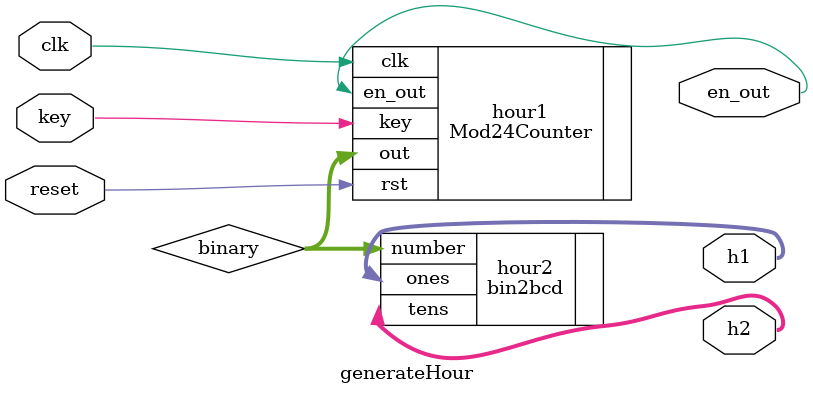
<source format=v>
`timescale 1ns / 1ps
module generateHour(clk, reset, h1, h2, en_out, key);
	input wire clk, reset, key;
	output wire [3:0] h1,h2;
	output wire en_out;
	wire [7:0] binary;

	Mod24Counter hour1(.clk(clk), .out(binary), .en_out(en_out), .rst(reset), .key(key));
	bin2bcd hour2(.number(binary), .tens(h2), .ones(h1));
endmodule

</source>
